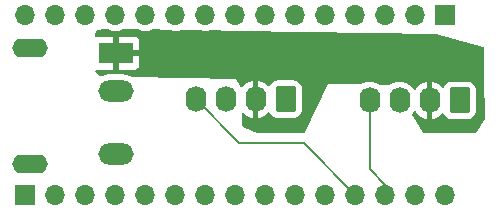
<source format=gbr>
%TF.GenerationSoftware,KiCad,Pcbnew,8.0.8*%
%TF.CreationDate,2025-01-27T11:14:47-08:00*%
%TF.ProjectId,nano-fan-5,6e616e6f-2d66-4616-9e2d-352e6b696361,rev?*%
%TF.SameCoordinates,Original*%
%TF.FileFunction,Copper,L1,Top*%
%TF.FilePolarity,Positive*%
%FSLAX46Y46*%
G04 Gerber Fmt 4.6, Leading zero omitted, Abs format (unit mm)*
G04 Created by KiCad (PCBNEW 8.0.8) date 2025-01-27 11:14:47*
%MOMM*%
%LPD*%
G01*
G04 APERTURE LIST*
G04 Aperture macros list*
%AMRoundRect*
0 Rectangle with rounded corners*
0 $1 Rounding radius*
0 $2 $3 $4 $5 $6 $7 $8 $9 X,Y pos of 4 corners*
0 Add a 4 corners polygon primitive as box body*
4,1,4,$2,$3,$4,$5,$6,$7,$8,$9,$2,$3,0*
0 Add four circle primitives for the rounded corners*
1,1,$1+$1,$2,$3*
1,1,$1+$1,$4,$5*
1,1,$1+$1,$6,$7*
1,1,$1+$1,$8,$9*
0 Add four rect primitives between the rounded corners*
20,1,$1+$1,$2,$3,$4,$5,0*
20,1,$1+$1,$4,$5,$6,$7,0*
20,1,$1+$1,$6,$7,$8,$9,0*
20,1,$1+$1,$8,$9,$2,$3,0*%
G04 Aperture macros list end*
%TA.AperFunction,ComponentPad*%
%ADD10R,1.600000X1.600000*%
%TD*%
%TA.AperFunction,ComponentPad*%
%ADD11O,1.600000X1.600000*%
%TD*%
%TA.AperFunction,ComponentPad*%
%ADD12R,1.700000X1.700000*%
%TD*%
%TA.AperFunction,ComponentPad*%
%ADD13O,1.700000X1.700000*%
%TD*%
%TA.AperFunction,ComponentPad*%
%ADD14R,3.000000X1.800000*%
%TD*%
%TA.AperFunction,ComponentPad*%
%ADD15O,3.000000X1.800000*%
%TD*%
%TA.AperFunction,ComponentPad*%
%ADD16O,3.000000X1.600000*%
%TD*%
%TA.AperFunction,ComponentPad*%
%ADD17RoundRect,0.250000X0.620000X0.845000X-0.620000X0.845000X-0.620000X-0.845000X0.620000X-0.845000X0*%
%TD*%
%TA.AperFunction,ComponentPad*%
%ADD18O,1.740000X2.190000*%
%TD*%
%TA.AperFunction,Conductor*%
%ADD19C,0.200000*%
%TD*%
G04 APERTURE END LIST*
D10*
%TO.P,A1,1,D1/TX*%
%TO.N,TX1*%
X104140000Y-89052400D03*
D11*
%TO.P,A1,2,D0/RX*%
%TO.N,RX0*%
X106680000Y-89052400D03*
%TO.P,A1,3,~{RESET}*%
%TO.N,RST*%
X109220000Y-89052400D03*
%TO.P,A1,4,GND*%
%TO.N,GND*%
X111760000Y-89052400D03*
%TO.P,A1,5,D2*%
%TO.N,D2*%
X114300000Y-89052400D03*
%TO.P,A1,6,D3*%
%TO.N,D3*%
X116840000Y-89052400D03*
%TO.P,A1,7,D4*%
%TO.N,D4*%
X119380000Y-89052400D03*
%TO.P,A1,8,D5*%
%TO.N,D5*%
X121920000Y-89052400D03*
%TO.P,A1,9,D6*%
%TO.N,D6*%
X124460000Y-89052400D03*
%TO.P,A1,10,D7*%
%TO.N,D7*%
X127000000Y-89052400D03*
%TO.P,A1,11,D8*%
%TO.N,D8*%
X129540000Y-89052400D03*
%TO.P,A1,12,D9*%
%TO.N,D9*%
X132080000Y-89052400D03*
%TO.P,A1,13,D10*%
%TO.N,D10*%
X134620000Y-89052400D03*
%TO.P,A1,14,D11*%
%TO.N,D11*%
X137160000Y-89052400D03*
%TO.P,A1,15,D12*%
%TO.N,D12*%
X139700000Y-89052400D03*
%TO.P,A1,16,D13*%
%TO.N,D13*%
X139700000Y-73812400D03*
%TO.P,A1,17,3V3*%
%TO.N,V33*%
X137160000Y-73812400D03*
%TO.P,A1,18,AREF*%
%TO.N,AREF*%
X134620000Y-73812400D03*
%TO.P,A1,19,A0*%
%TO.N,A0*%
X132080000Y-73812400D03*
%TO.P,A1,20,A1*%
%TO.N,A1*%
X129540000Y-73812400D03*
%TO.P,A1,21,A2*%
%TO.N,A2*%
X127000000Y-73812400D03*
%TO.P,A1,22,A3*%
%TO.N,A3*%
X124460000Y-73812400D03*
%TO.P,A1,23,A4*%
%TO.N,A4*%
X121920000Y-73812400D03*
%TO.P,A1,24,A5*%
%TO.N,A5*%
X119380000Y-73812400D03*
%TO.P,A1,25,A6*%
%TO.N,A6*%
X116840000Y-73812400D03*
%TO.P,A1,26,A7*%
%TO.N,A7*%
X114300000Y-73812400D03*
%TO.P,A1,27,+5V*%
%TO.N,V5*%
X111760000Y-73812400D03*
%TO.P,A1,28,~{RESET}*%
%TO.N,RST*%
X109220000Y-73812400D03*
%TO.P,A1,29,GND*%
%TO.N,GND*%
X106680000Y-73812400D03*
%TO.P,A1,30,VIN*%
%TO.N,VIN*%
X104140000Y-73812400D03*
%TD*%
D12*
%TO.P,J2,1,Pin_1*%
%TO.N,D13*%
X139700000Y-73812400D03*
D13*
%TO.P,J2,2,Pin_2*%
%TO.N,V33*%
X137160000Y-73812400D03*
%TO.P,J2,3,Pin_3*%
%TO.N,AREF*%
X134620000Y-73812400D03*
%TO.P,J2,4,Pin_4*%
%TO.N,A0*%
X132080000Y-73812400D03*
%TO.P,J2,5,Pin_5*%
%TO.N,A1*%
X129540000Y-73812400D03*
%TO.P,J2,6,Pin_6*%
%TO.N,A2*%
X127000000Y-73812400D03*
%TO.P,J2,7,Pin_7*%
%TO.N,A3*%
X124460000Y-73812400D03*
%TO.P,J2,8,Pin_8*%
%TO.N,A4*%
X121920000Y-73812400D03*
%TO.P,J2,9,Pin_9*%
%TO.N,A5*%
X119380000Y-73812400D03*
%TO.P,J2,10,Pin_10*%
%TO.N,A6*%
X116840000Y-73812400D03*
%TO.P,J2,11,Pin_11*%
%TO.N,A7*%
X114300000Y-73812400D03*
%TO.P,J2,12,Pin_12*%
%TO.N,V5*%
X111760000Y-73812400D03*
%TO.P,J2,13,Pin_13*%
%TO.N,RST*%
X109220000Y-73812400D03*
%TO.P,J2,14,Pin_14*%
%TO.N,GND*%
X106680000Y-73812400D03*
%TO.P,J2,15,Pin_15*%
%TO.N,VIN*%
X104140000Y-73812400D03*
%TD*%
D12*
%TO.P,J1,1,Pin_1*%
%TO.N,TX1*%
X104140000Y-89052400D03*
D13*
%TO.P,J1,2,Pin_2*%
%TO.N,RX0*%
X106680000Y-89052400D03*
%TO.P,J1,3,Pin_3*%
%TO.N,RST*%
X109220000Y-89052400D03*
%TO.P,J1,4,Pin_4*%
%TO.N,GND*%
X111760000Y-89052400D03*
%TO.P,J1,5,Pin_5*%
%TO.N,D2*%
X114300000Y-89052400D03*
%TO.P,J1,6,Pin_6*%
%TO.N,D3*%
X116840000Y-89052400D03*
%TO.P,J1,7,Pin_7*%
%TO.N,D4*%
X119380000Y-89052400D03*
%TO.P,J1,8,Pin_8*%
%TO.N,D5*%
X121920000Y-89052400D03*
%TO.P,J1,9,Pin_9*%
%TO.N,D6*%
X124460000Y-89052400D03*
%TO.P,J1,10,Pin_10*%
%TO.N,D7*%
X127000000Y-89052400D03*
%TO.P,J1,11,Pin_11*%
%TO.N,D8*%
X129540000Y-89052400D03*
%TO.P,J1,12,Pin_12*%
%TO.N,D9*%
X132080000Y-89052400D03*
%TO.P,J1,13,Pin_13*%
%TO.N,D10*%
X134620000Y-89052400D03*
%TO.P,J1,14,Pin_14*%
%TO.N,D11*%
X137160000Y-89052400D03*
%TO.P,J1,15,Pin_15*%
%TO.N,D12*%
X139700000Y-89052400D03*
%TD*%
D14*
%TO.P,J3,1*%
%TO.N,/VFan*%
X111791200Y-77045700D03*
D15*
%TO.P,J3,2*%
%TO.N,GND*%
X111791200Y-85545700D03*
%TO.P,J3,3*%
%TO.N,unconnected-(J3-Pad3)*%
X111791200Y-80245700D03*
D16*
%TO.P,J3,SH*%
%TO.N,N/C*%
X104491200Y-86445700D03*
X104491200Y-76645700D03*
%TD*%
D17*
%TO.P,M1,1,-*%
%TO.N,GND*%
X126161800Y-80949800D03*
D18*
%TO.P,M1,2,+*%
%TO.N,/VFan*%
X123621800Y-80949800D03*
%TO.P,M1,3,Tacho*%
%TO.N,unconnected-(M1-Tacho-Pad3)*%
X121081800Y-80949800D03*
%TO.P,M1,4,PWM*%
%TO.N,D9*%
X118541800Y-80949800D03*
%TD*%
D17*
%TO.P,M2,1,-*%
%TO.N,GND*%
X140893800Y-81051400D03*
D18*
%TO.P,M2,2,+*%
%TO.N,/VFan*%
X138353800Y-81051400D03*
%TO.P,M2,3,Tacho*%
%TO.N,unconnected-(M2-Tacho-Pad3)*%
X135813800Y-81051400D03*
%TO.P,M2,4,PWM*%
%TO.N,D10*%
X133273800Y-81051400D03*
%TD*%
D19*
%TO.N,D9*%
X127685800Y-84658200D02*
X122250200Y-84658200D01*
X132080000Y-89052400D02*
X127685800Y-84658200D01*
X122250200Y-84658200D02*
X118541800Y-80949800D01*
%TO.N,D10*%
X134620000Y-88214200D02*
X133273800Y-86868000D01*
X133273800Y-86868000D02*
X133273800Y-81051400D01*
X134620000Y-89052400D02*
X134620000Y-88214200D01*
%TD*%
%TA.AperFunction,Conductor*%
%TO.N,/VFan*%
G36*
X111049131Y-74983019D02*
G01*
X111099730Y-74994623D01*
X111296337Y-75086303D01*
X111524592Y-75147463D01*
X111701034Y-75162900D01*
X111759999Y-75168059D01*
X111760000Y-75168059D01*
X111760001Y-75168059D01*
X111818966Y-75162900D01*
X111995408Y-75147463D01*
X112223663Y-75086303D01*
X112377193Y-75014710D01*
X112431392Y-75003106D01*
X113670835Y-75021118D01*
X113721434Y-75032722D01*
X113836337Y-75086303D01*
X114064592Y-75147463D01*
X114241034Y-75162900D01*
X114299999Y-75168059D01*
X114300000Y-75168059D01*
X114300001Y-75168059D01*
X114358966Y-75162900D01*
X114535408Y-75147463D01*
X114763663Y-75086303D01*
X114840426Y-75050507D01*
X114894629Y-75038903D01*
X116292539Y-75059218D01*
X116343137Y-75070821D01*
X116372204Y-75084376D01*
X116376339Y-75086304D01*
X116479794Y-75114024D01*
X116604592Y-75147463D01*
X116781034Y-75162900D01*
X116839999Y-75168059D01*
X116840000Y-75168059D01*
X116840001Y-75168059D01*
X116898966Y-75162900D01*
X117075408Y-75147463D01*
X117303663Y-75086303D01*
X117303674Y-75086297D01*
X117308754Y-75084450D01*
X117309012Y-75085160D01*
X117357863Y-75074699D01*
X118944514Y-75097757D01*
X118974804Y-75101969D01*
X119144592Y-75147463D01*
X119321034Y-75162900D01*
X119379999Y-75168059D01*
X119380000Y-75168059D01*
X119380001Y-75168059D01*
X119438966Y-75162900D01*
X119615408Y-75147463D01*
X119740209Y-75114022D01*
X119774090Y-75109812D01*
X121630178Y-75136785D01*
X121660460Y-75140997D01*
X121684592Y-75147463D01*
X121899403Y-75166256D01*
X121919999Y-75168059D01*
X121920000Y-75168059D01*
X121920001Y-75168059D01*
X122052220Y-75156491D01*
X122155408Y-75147463D01*
X122155409Y-75147462D01*
X122159786Y-75146691D01*
X122183113Y-75144821D01*
X138845460Y-75386962D01*
X138877523Y-75391664D01*
X142887406Y-76530273D01*
X142946517Y-76567520D01*
X142976108Y-76630813D01*
X142977527Y-76648316D01*
X143001999Y-79095592D01*
X143077330Y-82560813D01*
X143059107Y-82628264D01*
X143055540Y-82633758D01*
X142276694Y-83766626D01*
X142222494Y-83810717D01*
X142175230Y-83820374D01*
X137914245Y-83845004D01*
X137847093Y-83825707D01*
X137808988Y-83787695D01*
X137801270Y-83775597D01*
X136926274Y-82403981D01*
X136906816Y-82336878D01*
X136906844Y-82334611D01*
X136911331Y-82134953D01*
X136932516Y-82068378D01*
X136934926Y-82064936D01*
X136983793Y-81997676D01*
X137039123Y-81955013D01*
X137108736Y-81949035D01*
X137170531Y-81981642D01*
X137184427Y-81997679D01*
X137308825Y-82168896D01*
X137308825Y-82168897D01*
X137461302Y-82321374D01*
X137635763Y-82448128D01*
X137827898Y-82546027D01*
X138032990Y-82612666D01*
X138103800Y-82623881D01*
X138103800Y-81594109D01*
X138124139Y-81605852D01*
X138275467Y-81646400D01*
X138432133Y-81646400D01*
X138583461Y-81605852D01*
X138603800Y-81594109D01*
X138603800Y-82623880D01*
X138674609Y-82612666D01*
X138879701Y-82546027D01*
X139071836Y-82448128D01*
X139246293Y-82321377D01*
X139388378Y-82179292D01*
X139449701Y-82145807D01*
X139519393Y-82150791D01*
X139575327Y-82192662D01*
X139588440Y-82214565D01*
X139588981Y-82215725D01*
X139588985Y-82215731D01*
X139588986Y-82215734D01*
X139681088Y-82365056D01*
X139805144Y-82489112D01*
X139954466Y-82581214D01*
X140121003Y-82636399D01*
X140223791Y-82646900D01*
X141563808Y-82646899D01*
X141666597Y-82636399D01*
X141833134Y-82581214D01*
X141982456Y-82489112D01*
X142106512Y-82365056D01*
X142198614Y-82215734D01*
X142253799Y-82049197D01*
X142264300Y-81946409D01*
X142264299Y-80156392D01*
X142253799Y-80053603D01*
X142198614Y-79887066D01*
X142106512Y-79737744D01*
X141982456Y-79613688D01*
X141833134Y-79521586D01*
X141666597Y-79466401D01*
X141666595Y-79466400D01*
X141563810Y-79455900D01*
X140223798Y-79455900D01*
X140223781Y-79455901D01*
X140121003Y-79466400D01*
X140121000Y-79466401D01*
X139954468Y-79521585D01*
X139954463Y-79521587D01*
X139805142Y-79613689D01*
X139681089Y-79737742D01*
X139588982Y-79887072D01*
X139588438Y-79888240D01*
X139587851Y-79888905D01*
X139585195Y-79893213D01*
X139584458Y-79892758D01*
X139542261Y-79940675D01*
X139475066Y-79959822D01*
X139408187Y-79939601D01*
X139388379Y-79923507D01*
X139246297Y-79781425D01*
X139071836Y-79654671D01*
X138879699Y-79556772D01*
X138674605Y-79490133D01*
X138603800Y-79478918D01*
X138603800Y-80508690D01*
X138583461Y-80496948D01*
X138432133Y-80456400D01*
X138275467Y-80456400D01*
X138124139Y-80496948D01*
X138103800Y-80508690D01*
X138103800Y-79478918D01*
X138103799Y-79478918D01*
X138032994Y-79490133D01*
X137827900Y-79556772D01*
X137635763Y-79654671D01*
X137461303Y-79781425D01*
X137461302Y-79781425D01*
X137308824Y-79933903D01*
X137184427Y-80105120D01*
X137129096Y-80147785D01*
X137059483Y-80153764D01*
X136997688Y-80121158D01*
X136983791Y-80105120D01*
X136859159Y-79933579D01*
X136804723Y-79879143D01*
X136789230Y-79860245D01*
X136702801Y-79730601D01*
X136702800Y-79730600D01*
X136701907Y-79730593D01*
X136676320Y-79730407D01*
X136609426Y-79710234D01*
X136604338Y-79706728D01*
X136567309Y-79679825D01*
X136532099Y-79654243D01*
X136339889Y-79556308D01*
X136134726Y-79489646D01*
X136134724Y-79489645D01*
X136134722Y-79489645D01*
X135921666Y-79455900D01*
X135921661Y-79455900D01*
X135705939Y-79455900D01*
X135705934Y-79455900D01*
X135492877Y-79489645D01*
X135287708Y-79556309D01*
X135095498Y-79654244D01*
X135040374Y-79694294D01*
X134974567Y-79717773D01*
X134966588Y-79717972D01*
X134110639Y-79711747D01*
X134043745Y-79691575D01*
X134038656Y-79688068D01*
X133992109Y-79654250D01*
X133992100Y-79654244D01*
X133992101Y-79654244D01*
X133992099Y-79654243D01*
X133799889Y-79556308D01*
X133594726Y-79489646D01*
X133594724Y-79489645D01*
X133594722Y-79489645D01*
X133381666Y-79455900D01*
X133381661Y-79455900D01*
X133165939Y-79455900D01*
X133165934Y-79455900D01*
X132952877Y-79489645D01*
X132747708Y-79556309D01*
X132555495Y-79654246D01*
X132525546Y-79676005D01*
X132459739Y-79699483D01*
X132451761Y-79699682D01*
X129732419Y-79679906D01*
X129717800Y-79679800D01*
X129717799Y-79679800D01*
X127820866Y-83723265D01*
X127774572Y-83775597D01*
X127708606Y-83794600D01*
X124917200Y-83794600D01*
X124243960Y-83809235D01*
X123777863Y-83819368D01*
X123722481Y-83807646D01*
X122570419Y-83266882D01*
X122518098Y-83220579D01*
X122499379Y-83162807D01*
X122438168Y-82235899D01*
X122453392Y-82167712D01*
X122503066Y-82118577D01*
X122571419Y-82104098D01*
X122636749Y-82128872D01*
X122649579Y-82140051D01*
X122729302Y-82219774D01*
X122903763Y-82346528D01*
X123095898Y-82444427D01*
X123300990Y-82511066D01*
X123371800Y-82522281D01*
X123371800Y-81492509D01*
X123392139Y-81504252D01*
X123543467Y-81544800D01*
X123700133Y-81544800D01*
X123851461Y-81504252D01*
X123871800Y-81492509D01*
X123871800Y-82522280D01*
X123942609Y-82511066D01*
X124147701Y-82444427D01*
X124339836Y-82346528D01*
X124514293Y-82219777D01*
X124656378Y-82077692D01*
X124717701Y-82044207D01*
X124787393Y-82049191D01*
X124843327Y-82091062D01*
X124856440Y-82112965D01*
X124856981Y-82114125D01*
X124856985Y-82114131D01*
X124856986Y-82114134D01*
X124949088Y-82263456D01*
X125073144Y-82387512D01*
X125222466Y-82479614D01*
X125389003Y-82534799D01*
X125491791Y-82545300D01*
X126831808Y-82545299D01*
X126934597Y-82534799D01*
X127101134Y-82479614D01*
X127250456Y-82387512D01*
X127374512Y-82263456D01*
X127466614Y-82114134D01*
X127521799Y-81947597D01*
X127532300Y-81844809D01*
X127532299Y-80054792D01*
X127521799Y-79952003D01*
X127466614Y-79785466D01*
X127374512Y-79636144D01*
X127250456Y-79512088D01*
X127101134Y-79419986D01*
X126934597Y-79364801D01*
X126934595Y-79364800D01*
X126831810Y-79354300D01*
X125491798Y-79354300D01*
X125491781Y-79354301D01*
X125389003Y-79364800D01*
X125389000Y-79364801D01*
X125222468Y-79419985D01*
X125222463Y-79419987D01*
X125073142Y-79512089D01*
X124949089Y-79636142D01*
X124856982Y-79785472D01*
X124856438Y-79786640D01*
X124855851Y-79787305D01*
X124853195Y-79791613D01*
X124852458Y-79791158D01*
X124810261Y-79839075D01*
X124743066Y-79858222D01*
X124676187Y-79838001D01*
X124656379Y-79821907D01*
X124514297Y-79679825D01*
X124339836Y-79553071D01*
X124147699Y-79455172D01*
X123942605Y-79388533D01*
X123871800Y-79377318D01*
X123871800Y-80407090D01*
X123851461Y-80395348D01*
X123700133Y-80354800D01*
X123543467Y-80354800D01*
X123392139Y-80395348D01*
X123371800Y-80407090D01*
X123371800Y-79377318D01*
X123371799Y-79377318D01*
X123300994Y-79388533D01*
X123095900Y-79455172D01*
X122903763Y-79553071D01*
X122729303Y-79679825D01*
X122729302Y-79679825D01*
X122576822Y-79832305D01*
X122547574Y-79872562D01*
X122492243Y-79915227D01*
X122422630Y-79921205D01*
X122360835Y-79888598D01*
X122339068Y-79860265D01*
X121996200Y-79248000D01*
X121996199Y-79247999D01*
X121996200Y-79247999D01*
X113123840Y-79033503D01*
X113070542Y-79020024D01*
X112928806Y-78947805D01*
X112928802Y-78947804D01*
X112928799Y-78947802D01*
X112719152Y-78879685D01*
X112610286Y-78862442D01*
X112501422Y-78845200D01*
X111080978Y-78845200D01*
X111008401Y-78856695D01*
X110863247Y-78879685D01*
X110653596Y-78947803D01*
X110653587Y-78947807D01*
X110632859Y-78958369D01*
X110573568Y-78971848D01*
X110485057Y-78969708D01*
X110418513Y-78948409D01*
X110405102Y-78937912D01*
X110340406Y-78879685D01*
X110090871Y-78655104D01*
X110054211Y-78595627D01*
X110055525Y-78525770D01*
X110094399Y-78467713D01*
X110158489Y-78439889D01*
X110187081Y-78439648D01*
X110243358Y-78445699D01*
X110243372Y-78445700D01*
X111541200Y-78445700D01*
X111541200Y-77445700D01*
X112041200Y-77445700D01*
X112041200Y-78445700D01*
X113339028Y-78445700D01*
X113339044Y-78445699D01*
X113398572Y-78439298D01*
X113398579Y-78439296D01*
X113533286Y-78389054D01*
X113533293Y-78389050D01*
X113648387Y-78302890D01*
X113648390Y-78302887D01*
X113734550Y-78187793D01*
X113734554Y-78187786D01*
X113784796Y-78053079D01*
X113784798Y-78053072D01*
X113791199Y-77993544D01*
X113791200Y-77993527D01*
X113791200Y-77295700D01*
X112706886Y-77295700D01*
X112711280Y-77291306D01*
X112763941Y-77200094D01*
X112791200Y-77098361D01*
X112791200Y-76993039D01*
X112763941Y-76891306D01*
X112711280Y-76800094D01*
X112706886Y-76795700D01*
X113791200Y-76795700D01*
X113791200Y-76097872D01*
X113791199Y-76097855D01*
X113784798Y-76038327D01*
X113784796Y-76038320D01*
X113734554Y-75903613D01*
X113734550Y-75903606D01*
X113648390Y-75788512D01*
X113648387Y-75788509D01*
X113533293Y-75702349D01*
X113533286Y-75702345D01*
X113398579Y-75652103D01*
X113398572Y-75652101D01*
X113339044Y-75645700D01*
X112041200Y-75645700D01*
X112041200Y-76645700D01*
X111541200Y-76645700D01*
X111541200Y-75645700D01*
X110243355Y-75645700D01*
X110183827Y-75652101D01*
X110183815Y-75652104D01*
X110180156Y-75653469D01*
X110177121Y-75653685D01*
X110176270Y-75653887D01*
X110176237Y-75653749D01*
X110110464Y-75658450D01*
X110049143Y-75624961D01*
X110015661Y-75563636D01*
X110018584Y-75499947D01*
X110112333Y-75203078D01*
X110151290Y-75145080D01*
X110206256Y-75118828D01*
X110883473Y-74983385D01*
X110909580Y-74980991D01*
X111049131Y-74983019D01*
G37*
%TD.AperFunction*%
%TD*%
M02*

</source>
